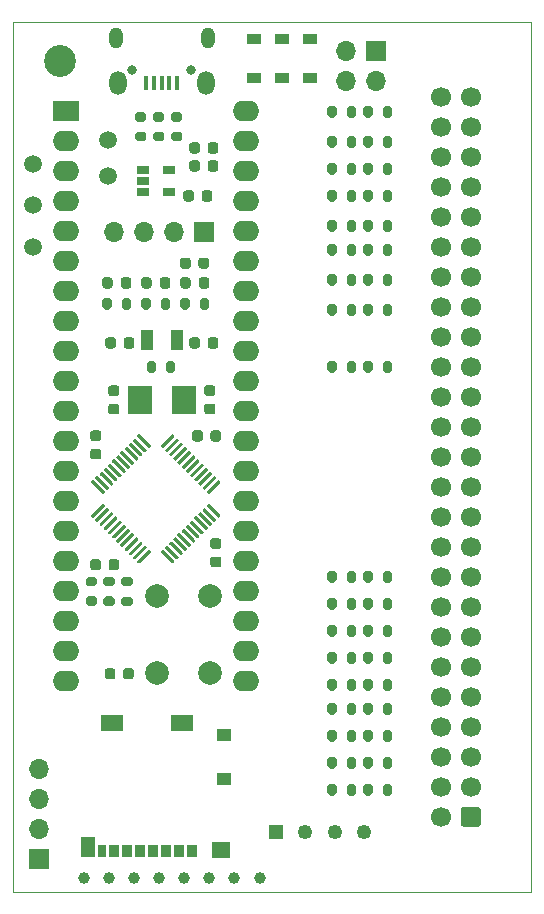
<source format=gbr>
%TF.GenerationSoftware,KiCad,Pcbnew,(5.1.7-0-10_14)*%
%TF.CreationDate,2021-05-27T20:48:50-05:00*%
%TF.ProjectId,bluepill_scsi,626c7565-7069-46c6-9c5f-736373692e6b,rev?*%
%TF.SameCoordinates,Original*%
%TF.FileFunction,Soldermask,Top*%
%TF.FilePolarity,Negative*%
%FSLAX46Y46*%
G04 Gerber Fmt 4.6, Leading zero omitted, Abs format (unit mm)*
G04 Created by KiCad (PCBNEW (5.1.7-0-10_14)) date 2021-05-27 20:48:50*
%MOMM*%
%LPD*%
G01*
G04 APERTURE LIST*
%TA.AperFunction,Profile*%
%ADD10C,0.050000*%
%TD*%
%ADD11C,1.500000*%
%ADD12C,1.700000*%
%ADD13C,1.000000*%
%ADD14O,1.700000X1.700000*%
%ADD15R,1.700000X1.700000*%
%ADD16C,2.000000*%
%ADD17R,1.200000X0.900000*%
%ADD18R,1.900000X1.350000*%
%ADD19R,1.200000X1.000000*%
%ADD20R,1.550000X1.350000*%
%ADD21R,1.170000X1.800000*%
%ADD22R,0.850000X1.100000*%
%ADD23R,0.750000X1.100000*%
%ADD24R,2.000000X2.400000*%
%ADD25R,1.000000X1.800000*%
%ADD26R,1.060000X0.650000*%
%ADD27O,0.800000X0.800000*%
%ADD28O,1.150000X1.800000*%
%ADD29O,1.450000X2.000000*%
%ADD30R,0.450000X1.300000*%
%ADD31O,2.250000X1.727200*%
%ADD32R,2.250000X1.727200*%
%ADD33C,2.700000*%
%ADD34R,1.250000X1.250000*%
%ADD35C,1.250000*%
G04 APERTURE END LIST*
D10*
X71755000Y-149225000D02*
X71120000Y-149225000D01*
X71120000Y-147955000D02*
X71120000Y-149225000D01*
X114935000Y-149225000D02*
X71755000Y-149225000D01*
X114935000Y-147955000D02*
X114935000Y-149225000D01*
X114935000Y-75565000D02*
X71120000Y-75565000D01*
X114935000Y-147955000D02*
X114935000Y-75565000D01*
X71120000Y-147955000D02*
X71120000Y-75565000D01*
D11*
%TO.C,TP14*%
X72771000Y-87566500D03*
%TD*%
D12*
%TO.C,J5*%
X107315000Y-81915000D03*
X107315000Y-84455000D03*
X107315000Y-86995000D03*
X107315000Y-89535000D03*
X107315000Y-92075000D03*
X107315000Y-94615000D03*
X107315000Y-97155000D03*
X107315000Y-99695000D03*
X107315000Y-102235000D03*
X107315000Y-104775000D03*
X107315000Y-107315000D03*
X107315000Y-109855000D03*
X107315000Y-112395000D03*
X107315000Y-114935000D03*
X107315000Y-117475000D03*
X107315000Y-120015000D03*
X107315000Y-122555000D03*
X107315000Y-125095000D03*
X107315000Y-127635000D03*
X107315000Y-130175000D03*
X107315000Y-132715000D03*
X107315000Y-135255000D03*
X107315000Y-137795000D03*
X107315000Y-140335000D03*
X107315000Y-142875000D03*
X109855000Y-81915000D03*
X109855000Y-84455000D03*
X109855000Y-86995000D03*
X109855000Y-89535000D03*
X109855000Y-92075000D03*
X109855000Y-94615000D03*
X109855000Y-97155000D03*
X109855000Y-99695000D03*
X109855000Y-102235000D03*
X109855000Y-104775000D03*
X109855000Y-107315000D03*
X109855000Y-109855000D03*
X109855000Y-112395000D03*
X109855000Y-114935000D03*
X109855000Y-117475000D03*
X109855000Y-120015000D03*
X109855000Y-122555000D03*
X109855000Y-125095000D03*
X109855000Y-127635000D03*
X109855000Y-130175000D03*
X109855000Y-132715000D03*
X109855000Y-135255000D03*
X109855000Y-137795000D03*
X109855000Y-140335000D03*
G36*
G01*
X110705000Y-142275000D02*
X110705000Y-143475000D01*
G75*
G02*
X110455000Y-143725000I-250000J0D01*
G01*
X109255000Y-143725000D01*
G75*
G02*
X109005000Y-143475000I0J250000D01*
G01*
X109005000Y-142275000D01*
G75*
G02*
X109255000Y-142025000I250000J0D01*
G01*
X110455000Y-142025000D01*
G75*
G02*
X110705000Y-142275000I0J-250000D01*
G01*
G37*
%TD*%
D13*
%TO.C,TP13*%
X77089000Y-148005800D03*
%TD*%
%TO.C,TP12*%
X79215342Y-148005800D03*
%TD*%
%TO.C,TP11*%
X83468026Y-148005800D03*
%TD*%
%TO.C,TP10*%
X87720710Y-148005800D03*
%TD*%
%TO.C,TP9*%
X89847052Y-148005800D03*
%TD*%
%TO.C,TP8*%
X91973400Y-148005800D03*
%TD*%
%TO.C,TP7*%
X81341684Y-148005800D03*
%TD*%
%TO.C,TP6*%
X85594368Y-148005800D03*
%TD*%
D14*
%TO.C,J1*%
X99263200Y-80606900D03*
X99263200Y-78066900D03*
X101803200Y-80606900D03*
D15*
X101803200Y-78066900D03*
%TD*%
D16*
%TO.C,SW1*%
X87769700Y-130708400D03*
X83269700Y-130708400D03*
X87769700Y-124208400D03*
X83269700Y-124208400D03*
%TD*%
D17*
%TO.C,D6*%
X91528900Y-76975700D03*
X91528900Y-80275700D03*
%TD*%
%TO.C,D4*%
X96240600Y-76975700D03*
X96240600Y-80275700D03*
%TD*%
%TO.C,D3*%
X93884750Y-76975700D03*
X93884750Y-80275700D03*
%TD*%
%TO.C,R47*%
G36*
G01*
X101556000Y-124566000D02*
X101556000Y-125116000D01*
G75*
G02*
X101356000Y-125316000I-200000J0D01*
G01*
X100956000Y-125316000D01*
G75*
G02*
X100756000Y-125116000I0J200000D01*
G01*
X100756000Y-124566000D01*
G75*
G02*
X100956000Y-124366000I200000J0D01*
G01*
X101356000Y-124366000D01*
G75*
G02*
X101556000Y-124566000I0J-200000D01*
G01*
G37*
G36*
G01*
X103206000Y-124566000D02*
X103206000Y-125116000D01*
G75*
G02*
X103006000Y-125316000I-200000J0D01*
G01*
X102606000Y-125316000D01*
G75*
G02*
X102406000Y-125116000I0J200000D01*
G01*
X102406000Y-124566000D01*
G75*
G02*
X102606000Y-124366000I200000J0D01*
G01*
X103006000Y-124366000D01*
G75*
G02*
X103206000Y-124566000I0J-200000D01*
G01*
G37*
%TD*%
%TO.C,R46*%
G36*
G01*
X99358000Y-125116000D02*
X99358000Y-124566000D01*
G75*
G02*
X99558000Y-124366000I200000J0D01*
G01*
X99958000Y-124366000D01*
G75*
G02*
X100158000Y-124566000I0J-200000D01*
G01*
X100158000Y-125116000D01*
G75*
G02*
X99958000Y-125316000I-200000J0D01*
G01*
X99558000Y-125316000D01*
G75*
G02*
X99358000Y-125116000I0J200000D01*
G01*
G37*
G36*
G01*
X97708000Y-125116000D02*
X97708000Y-124566000D01*
G75*
G02*
X97908000Y-124366000I200000J0D01*
G01*
X98308000Y-124366000D01*
G75*
G02*
X98508000Y-124566000I0J-200000D01*
G01*
X98508000Y-125116000D01*
G75*
G02*
X98308000Y-125316000I-200000J0D01*
G01*
X97908000Y-125316000D01*
G75*
G02*
X97708000Y-125116000I0J200000D01*
G01*
G37*
%TD*%
%TO.C,R45*%
G36*
G01*
X101556000Y-126852000D02*
X101556000Y-127402000D01*
G75*
G02*
X101356000Y-127602000I-200000J0D01*
G01*
X100956000Y-127602000D01*
G75*
G02*
X100756000Y-127402000I0J200000D01*
G01*
X100756000Y-126852000D01*
G75*
G02*
X100956000Y-126652000I200000J0D01*
G01*
X101356000Y-126652000D01*
G75*
G02*
X101556000Y-126852000I0J-200000D01*
G01*
G37*
G36*
G01*
X103206000Y-126852000D02*
X103206000Y-127402000D01*
G75*
G02*
X103006000Y-127602000I-200000J0D01*
G01*
X102606000Y-127602000D01*
G75*
G02*
X102406000Y-127402000I0J200000D01*
G01*
X102406000Y-126852000D01*
G75*
G02*
X102606000Y-126652000I200000J0D01*
G01*
X103006000Y-126652000D01*
G75*
G02*
X103206000Y-126852000I0J-200000D01*
G01*
G37*
%TD*%
%TO.C,R44*%
G36*
G01*
X99358000Y-127402000D02*
X99358000Y-126852000D01*
G75*
G02*
X99558000Y-126652000I200000J0D01*
G01*
X99958000Y-126652000D01*
G75*
G02*
X100158000Y-126852000I0J-200000D01*
G01*
X100158000Y-127402000D01*
G75*
G02*
X99958000Y-127602000I-200000J0D01*
G01*
X99558000Y-127602000D01*
G75*
G02*
X99358000Y-127402000I0J200000D01*
G01*
G37*
G36*
G01*
X97708000Y-127402000D02*
X97708000Y-126852000D01*
G75*
G02*
X97908000Y-126652000I200000J0D01*
G01*
X98308000Y-126652000D01*
G75*
G02*
X98508000Y-126852000I0J-200000D01*
G01*
X98508000Y-127402000D01*
G75*
G02*
X98308000Y-127602000I-200000J0D01*
G01*
X97908000Y-127602000D01*
G75*
G02*
X97708000Y-127402000I0J200000D01*
G01*
G37*
%TD*%
%TO.C,R43*%
G36*
G01*
X101556000Y-129138000D02*
X101556000Y-129688000D01*
G75*
G02*
X101356000Y-129888000I-200000J0D01*
G01*
X100956000Y-129888000D01*
G75*
G02*
X100756000Y-129688000I0J200000D01*
G01*
X100756000Y-129138000D01*
G75*
G02*
X100956000Y-128938000I200000J0D01*
G01*
X101356000Y-128938000D01*
G75*
G02*
X101556000Y-129138000I0J-200000D01*
G01*
G37*
G36*
G01*
X103206000Y-129138000D02*
X103206000Y-129688000D01*
G75*
G02*
X103006000Y-129888000I-200000J0D01*
G01*
X102606000Y-129888000D01*
G75*
G02*
X102406000Y-129688000I0J200000D01*
G01*
X102406000Y-129138000D01*
G75*
G02*
X102606000Y-128938000I200000J0D01*
G01*
X103006000Y-128938000D01*
G75*
G02*
X103206000Y-129138000I0J-200000D01*
G01*
G37*
%TD*%
%TO.C,R42*%
G36*
G01*
X99358000Y-129688000D02*
X99358000Y-129138000D01*
G75*
G02*
X99558000Y-128938000I200000J0D01*
G01*
X99958000Y-128938000D01*
G75*
G02*
X100158000Y-129138000I0J-200000D01*
G01*
X100158000Y-129688000D01*
G75*
G02*
X99958000Y-129888000I-200000J0D01*
G01*
X99558000Y-129888000D01*
G75*
G02*
X99358000Y-129688000I0J200000D01*
G01*
G37*
G36*
G01*
X97708000Y-129688000D02*
X97708000Y-129138000D01*
G75*
G02*
X97908000Y-128938000I200000J0D01*
G01*
X98308000Y-128938000D01*
G75*
G02*
X98508000Y-129138000I0J-200000D01*
G01*
X98508000Y-129688000D01*
G75*
G02*
X98308000Y-129888000I-200000J0D01*
G01*
X97908000Y-129888000D01*
G75*
G02*
X97708000Y-129688000I0J200000D01*
G01*
G37*
%TD*%
%TO.C,R41*%
G36*
G01*
X101556000Y-131424000D02*
X101556000Y-131974000D01*
G75*
G02*
X101356000Y-132174000I-200000J0D01*
G01*
X100956000Y-132174000D01*
G75*
G02*
X100756000Y-131974000I0J200000D01*
G01*
X100756000Y-131424000D01*
G75*
G02*
X100956000Y-131224000I200000J0D01*
G01*
X101356000Y-131224000D01*
G75*
G02*
X101556000Y-131424000I0J-200000D01*
G01*
G37*
G36*
G01*
X103206000Y-131424000D02*
X103206000Y-131974000D01*
G75*
G02*
X103006000Y-132174000I-200000J0D01*
G01*
X102606000Y-132174000D01*
G75*
G02*
X102406000Y-131974000I0J200000D01*
G01*
X102406000Y-131424000D01*
G75*
G02*
X102606000Y-131224000I200000J0D01*
G01*
X103006000Y-131224000D01*
G75*
G02*
X103206000Y-131424000I0J-200000D01*
G01*
G37*
%TD*%
%TO.C,R40*%
G36*
G01*
X99358000Y-131974000D02*
X99358000Y-131424000D01*
G75*
G02*
X99558000Y-131224000I200000J0D01*
G01*
X99958000Y-131224000D01*
G75*
G02*
X100158000Y-131424000I0J-200000D01*
G01*
X100158000Y-131974000D01*
G75*
G02*
X99958000Y-132174000I-200000J0D01*
G01*
X99558000Y-132174000D01*
G75*
G02*
X99358000Y-131974000I0J200000D01*
G01*
G37*
G36*
G01*
X97708000Y-131974000D02*
X97708000Y-131424000D01*
G75*
G02*
X97908000Y-131224000I200000J0D01*
G01*
X98308000Y-131224000D01*
G75*
G02*
X98508000Y-131424000I0J-200000D01*
G01*
X98508000Y-131974000D01*
G75*
G02*
X98308000Y-132174000I-200000J0D01*
G01*
X97908000Y-132174000D01*
G75*
G02*
X97708000Y-131974000I0J200000D01*
G01*
G37*
%TD*%
%TO.C,R39*%
G36*
G01*
X101556000Y-133456000D02*
X101556000Y-134006000D01*
G75*
G02*
X101356000Y-134206000I-200000J0D01*
G01*
X100956000Y-134206000D01*
G75*
G02*
X100756000Y-134006000I0J200000D01*
G01*
X100756000Y-133456000D01*
G75*
G02*
X100956000Y-133256000I200000J0D01*
G01*
X101356000Y-133256000D01*
G75*
G02*
X101556000Y-133456000I0J-200000D01*
G01*
G37*
G36*
G01*
X103206000Y-133456000D02*
X103206000Y-134006000D01*
G75*
G02*
X103006000Y-134206000I-200000J0D01*
G01*
X102606000Y-134206000D01*
G75*
G02*
X102406000Y-134006000I0J200000D01*
G01*
X102406000Y-133456000D01*
G75*
G02*
X102606000Y-133256000I200000J0D01*
G01*
X103006000Y-133256000D01*
G75*
G02*
X103206000Y-133456000I0J-200000D01*
G01*
G37*
%TD*%
%TO.C,R38*%
G36*
G01*
X99358000Y-134006000D02*
X99358000Y-133456000D01*
G75*
G02*
X99558000Y-133256000I200000J0D01*
G01*
X99958000Y-133256000D01*
G75*
G02*
X100158000Y-133456000I0J-200000D01*
G01*
X100158000Y-134006000D01*
G75*
G02*
X99958000Y-134206000I-200000J0D01*
G01*
X99558000Y-134206000D01*
G75*
G02*
X99358000Y-134006000I0J200000D01*
G01*
G37*
G36*
G01*
X97708000Y-134006000D02*
X97708000Y-133456000D01*
G75*
G02*
X97908000Y-133256000I200000J0D01*
G01*
X98308000Y-133256000D01*
G75*
G02*
X98508000Y-133456000I0J-200000D01*
G01*
X98508000Y-134006000D01*
G75*
G02*
X98308000Y-134206000I-200000J0D01*
G01*
X97908000Y-134206000D01*
G75*
G02*
X97708000Y-134006000I0J200000D01*
G01*
G37*
%TD*%
%TO.C,R37*%
G36*
G01*
X101556000Y-135742000D02*
X101556000Y-136292000D01*
G75*
G02*
X101356000Y-136492000I-200000J0D01*
G01*
X100956000Y-136492000D01*
G75*
G02*
X100756000Y-136292000I0J200000D01*
G01*
X100756000Y-135742000D01*
G75*
G02*
X100956000Y-135542000I200000J0D01*
G01*
X101356000Y-135542000D01*
G75*
G02*
X101556000Y-135742000I0J-200000D01*
G01*
G37*
G36*
G01*
X103206000Y-135742000D02*
X103206000Y-136292000D01*
G75*
G02*
X103006000Y-136492000I-200000J0D01*
G01*
X102606000Y-136492000D01*
G75*
G02*
X102406000Y-136292000I0J200000D01*
G01*
X102406000Y-135742000D01*
G75*
G02*
X102606000Y-135542000I200000J0D01*
G01*
X103006000Y-135542000D01*
G75*
G02*
X103206000Y-135742000I0J-200000D01*
G01*
G37*
%TD*%
%TO.C,R36*%
G36*
G01*
X99358000Y-136292000D02*
X99358000Y-135742000D01*
G75*
G02*
X99558000Y-135542000I200000J0D01*
G01*
X99958000Y-135542000D01*
G75*
G02*
X100158000Y-135742000I0J-200000D01*
G01*
X100158000Y-136292000D01*
G75*
G02*
X99958000Y-136492000I-200000J0D01*
G01*
X99558000Y-136492000D01*
G75*
G02*
X99358000Y-136292000I0J200000D01*
G01*
G37*
G36*
G01*
X97708000Y-136292000D02*
X97708000Y-135742000D01*
G75*
G02*
X97908000Y-135542000I200000J0D01*
G01*
X98308000Y-135542000D01*
G75*
G02*
X98508000Y-135742000I0J-200000D01*
G01*
X98508000Y-136292000D01*
G75*
G02*
X98308000Y-136492000I-200000J0D01*
G01*
X97908000Y-136492000D01*
G75*
G02*
X97708000Y-136292000I0J200000D01*
G01*
G37*
%TD*%
%TO.C,R35*%
G36*
G01*
X101556000Y-138028000D02*
X101556000Y-138578000D01*
G75*
G02*
X101356000Y-138778000I-200000J0D01*
G01*
X100956000Y-138778000D01*
G75*
G02*
X100756000Y-138578000I0J200000D01*
G01*
X100756000Y-138028000D01*
G75*
G02*
X100956000Y-137828000I200000J0D01*
G01*
X101356000Y-137828000D01*
G75*
G02*
X101556000Y-138028000I0J-200000D01*
G01*
G37*
G36*
G01*
X103206000Y-138028000D02*
X103206000Y-138578000D01*
G75*
G02*
X103006000Y-138778000I-200000J0D01*
G01*
X102606000Y-138778000D01*
G75*
G02*
X102406000Y-138578000I0J200000D01*
G01*
X102406000Y-138028000D01*
G75*
G02*
X102606000Y-137828000I200000J0D01*
G01*
X103006000Y-137828000D01*
G75*
G02*
X103206000Y-138028000I0J-200000D01*
G01*
G37*
%TD*%
%TO.C,R34*%
G36*
G01*
X99358000Y-138578000D02*
X99358000Y-138028000D01*
G75*
G02*
X99558000Y-137828000I200000J0D01*
G01*
X99958000Y-137828000D01*
G75*
G02*
X100158000Y-138028000I0J-200000D01*
G01*
X100158000Y-138578000D01*
G75*
G02*
X99958000Y-138778000I-200000J0D01*
G01*
X99558000Y-138778000D01*
G75*
G02*
X99358000Y-138578000I0J200000D01*
G01*
G37*
G36*
G01*
X97708000Y-138578000D02*
X97708000Y-138028000D01*
G75*
G02*
X97908000Y-137828000I200000J0D01*
G01*
X98308000Y-137828000D01*
G75*
G02*
X98508000Y-138028000I0J-200000D01*
G01*
X98508000Y-138578000D01*
G75*
G02*
X98308000Y-138778000I-200000J0D01*
G01*
X97908000Y-138778000D01*
G75*
G02*
X97708000Y-138578000I0J200000D01*
G01*
G37*
%TD*%
%TO.C,R33*%
G36*
G01*
X101556000Y-140314000D02*
X101556000Y-140864000D01*
G75*
G02*
X101356000Y-141064000I-200000J0D01*
G01*
X100956000Y-141064000D01*
G75*
G02*
X100756000Y-140864000I0J200000D01*
G01*
X100756000Y-140314000D01*
G75*
G02*
X100956000Y-140114000I200000J0D01*
G01*
X101356000Y-140114000D01*
G75*
G02*
X101556000Y-140314000I0J-200000D01*
G01*
G37*
G36*
G01*
X103206000Y-140314000D02*
X103206000Y-140864000D01*
G75*
G02*
X103006000Y-141064000I-200000J0D01*
G01*
X102606000Y-141064000D01*
G75*
G02*
X102406000Y-140864000I0J200000D01*
G01*
X102406000Y-140314000D01*
G75*
G02*
X102606000Y-140114000I200000J0D01*
G01*
X103006000Y-140114000D01*
G75*
G02*
X103206000Y-140314000I0J-200000D01*
G01*
G37*
%TD*%
%TO.C,R32*%
G36*
G01*
X99358000Y-140864000D02*
X99358000Y-140314000D01*
G75*
G02*
X99558000Y-140114000I200000J0D01*
G01*
X99958000Y-140114000D01*
G75*
G02*
X100158000Y-140314000I0J-200000D01*
G01*
X100158000Y-140864000D01*
G75*
G02*
X99958000Y-141064000I-200000J0D01*
G01*
X99558000Y-141064000D01*
G75*
G02*
X99358000Y-140864000I0J200000D01*
G01*
G37*
G36*
G01*
X97708000Y-140864000D02*
X97708000Y-140314000D01*
G75*
G02*
X97908000Y-140114000I200000J0D01*
G01*
X98308000Y-140114000D01*
G75*
G02*
X98508000Y-140314000I0J-200000D01*
G01*
X98508000Y-140864000D01*
G75*
G02*
X98308000Y-141064000I-200000J0D01*
G01*
X97908000Y-141064000D01*
G75*
G02*
X97708000Y-140864000I0J200000D01*
G01*
G37*
%TD*%
%TO.C,R31*%
G36*
G01*
X101556000Y-122280000D02*
X101556000Y-122830000D01*
G75*
G02*
X101356000Y-123030000I-200000J0D01*
G01*
X100956000Y-123030000D01*
G75*
G02*
X100756000Y-122830000I0J200000D01*
G01*
X100756000Y-122280000D01*
G75*
G02*
X100956000Y-122080000I200000J0D01*
G01*
X101356000Y-122080000D01*
G75*
G02*
X101556000Y-122280000I0J-200000D01*
G01*
G37*
G36*
G01*
X103206000Y-122280000D02*
X103206000Y-122830000D01*
G75*
G02*
X103006000Y-123030000I-200000J0D01*
G01*
X102606000Y-123030000D01*
G75*
G02*
X102406000Y-122830000I0J200000D01*
G01*
X102406000Y-122280000D01*
G75*
G02*
X102606000Y-122080000I200000J0D01*
G01*
X103006000Y-122080000D01*
G75*
G02*
X103206000Y-122280000I0J-200000D01*
G01*
G37*
%TD*%
%TO.C,R30*%
G36*
G01*
X99358000Y-122830000D02*
X99358000Y-122280000D01*
G75*
G02*
X99558000Y-122080000I200000J0D01*
G01*
X99958000Y-122080000D01*
G75*
G02*
X100158000Y-122280000I0J-200000D01*
G01*
X100158000Y-122830000D01*
G75*
G02*
X99958000Y-123030000I-200000J0D01*
G01*
X99558000Y-123030000D01*
G75*
G02*
X99358000Y-122830000I0J200000D01*
G01*
G37*
G36*
G01*
X97708000Y-122830000D02*
X97708000Y-122280000D01*
G75*
G02*
X97908000Y-122080000I200000J0D01*
G01*
X98308000Y-122080000D01*
G75*
G02*
X98508000Y-122280000I0J-200000D01*
G01*
X98508000Y-122830000D01*
G75*
G02*
X98308000Y-123030000I-200000J0D01*
G01*
X97908000Y-123030000D01*
G75*
G02*
X97708000Y-122830000I0J200000D01*
G01*
G37*
%TD*%
%TO.C,R29*%
G36*
G01*
X101556000Y-104500000D02*
X101556000Y-105050000D01*
G75*
G02*
X101356000Y-105250000I-200000J0D01*
G01*
X100956000Y-105250000D01*
G75*
G02*
X100756000Y-105050000I0J200000D01*
G01*
X100756000Y-104500000D01*
G75*
G02*
X100956000Y-104300000I200000J0D01*
G01*
X101356000Y-104300000D01*
G75*
G02*
X101556000Y-104500000I0J-200000D01*
G01*
G37*
G36*
G01*
X103206000Y-104500000D02*
X103206000Y-105050000D01*
G75*
G02*
X103006000Y-105250000I-200000J0D01*
G01*
X102606000Y-105250000D01*
G75*
G02*
X102406000Y-105050000I0J200000D01*
G01*
X102406000Y-104500000D01*
G75*
G02*
X102606000Y-104300000I200000J0D01*
G01*
X103006000Y-104300000D01*
G75*
G02*
X103206000Y-104500000I0J-200000D01*
G01*
G37*
%TD*%
%TO.C,R28*%
G36*
G01*
X99358000Y-105050000D02*
X99358000Y-104500000D01*
G75*
G02*
X99558000Y-104300000I200000J0D01*
G01*
X99958000Y-104300000D01*
G75*
G02*
X100158000Y-104500000I0J-200000D01*
G01*
X100158000Y-105050000D01*
G75*
G02*
X99958000Y-105250000I-200000J0D01*
G01*
X99558000Y-105250000D01*
G75*
G02*
X99358000Y-105050000I0J200000D01*
G01*
G37*
G36*
G01*
X97708000Y-105050000D02*
X97708000Y-104500000D01*
G75*
G02*
X97908000Y-104300000I200000J0D01*
G01*
X98308000Y-104300000D01*
G75*
G02*
X98508000Y-104500000I0J-200000D01*
G01*
X98508000Y-105050000D01*
G75*
G02*
X98308000Y-105250000I-200000J0D01*
G01*
X97908000Y-105250000D01*
G75*
G02*
X97708000Y-105050000I0J200000D01*
G01*
G37*
%TD*%
%TO.C,R27*%
G36*
G01*
X101556000Y-97134000D02*
X101556000Y-97684000D01*
G75*
G02*
X101356000Y-97884000I-200000J0D01*
G01*
X100956000Y-97884000D01*
G75*
G02*
X100756000Y-97684000I0J200000D01*
G01*
X100756000Y-97134000D01*
G75*
G02*
X100956000Y-96934000I200000J0D01*
G01*
X101356000Y-96934000D01*
G75*
G02*
X101556000Y-97134000I0J-200000D01*
G01*
G37*
G36*
G01*
X103206000Y-97134000D02*
X103206000Y-97684000D01*
G75*
G02*
X103006000Y-97884000I-200000J0D01*
G01*
X102606000Y-97884000D01*
G75*
G02*
X102406000Y-97684000I0J200000D01*
G01*
X102406000Y-97134000D01*
G75*
G02*
X102606000Y-96934000I200000J0D01*
G01*
X103006000Y-96934000D01*
G75*
G02*
X103206000Y-97134000I0J-200000D01*
G01*
G37*
%TD*%
%TO.C,R26*%
G36*
G01*
X99358000Y-97684000D02*
X99358000Y-97134000D01*
G75*
G02*
X99558000Y-96934000I200000J0D01*
G01*
X99958000Y-96934000D01*
G75*
G02*
X100158000Y-97134000I0J-200000D01*
G01*
X100158000Y-97684000D01*
G75*
G02*
X99958000Y-97884000I-200000J0D01*
G01*
X99558000Y-97884000D01*
G75*
G02*
X99358000Y-97684000I0J200000D01*
G01*
G37*
G36*
G01*
X97708000Y-97684000D02*
X97708000Y-97134000D01*
G75*
G02*
X97908000Y-96934000I200000J0D01*
G01*
X98308000Y-96934000D01*
G75*
G02*
X98508000Y-97134000I0J-200000D01*
G01*
X98508000Y-97684000D01*
G75*
G02*
X98308000Y-97884000I-200000J0D01*
G01*
X97908000Y-97884000D01*
G75*
G02*
X97708000Y-97684000I0J200000D01*
G01*
G37*
%TD*%
%TO.C,R25*%
G36*
G01*
X101556000Y-94594000D02*
X101556000Y-95144000D01*
G75*
G02*
X101356000Y-95344000I-200000J0D01*
G01*
X100956000Y-95344000D01*
G75*
G02*
X100756000Y-95144000I0J200000D01*
G01*
X100756000Y-94594000D01*
G75*
G02*
X100956000Y-94394000I200000J0D01*
G01*
X101356000Y-94394000D01*
G75*
G02*
X101556000Y-94594000I0J-200000D01*
G01*
G37*
G36*
G01*
X103206000Y-94594000D02*
X103206000Y-95144000D01*
G75*
G02*
X103006000Y-95344000I-200000J0D01*
G01*
X102606000Y-95344000D01*
G75*
G02*
X102406000Y-95144000I0J200000D01*
G01*
X102406000Y-94594000D01*
G75*
G02*
X102606000Y-94394000I200000J0D01*
G01*
X103006000Y-94394000D01*
G75*
G02*
X103206000Y-94594000I0J-200000D01*
G01*
G37*
%TD*%
%TO.C,R24*%
G36*
G01*
X99358000Y-95144000D02*
X99358000Y-94594000D01*
G75*
G02*
X99558000Y-94394000I200000J0D01*
G01*
X99958000Y-94394000D01*
G75*
G02*
X100158000Y-94594000I0J-200000D01*
G01*
X100158000Y-95144000D01*
G75*
G02*
X99958000Y-95344000I-200000J0D01*
G01*
X99558000Y-95344000D01*
G75*
G02*
X99358000Y-95144000I0J200000D01*
G01*
G37*
G36*
G01*
X97708000Y-95144000D02*
X97708000Y-94594000D01*
G75*
G02*
X97908000Y-94394000I200000J0D01*
G01*
X98308000Y-94394000D01*
G75*
G02*
X98508000Y-94594000I0J-200000D01*
G01*
X98508000Y-95144000D01*
G75*
G02*
X98308000Y-95344000I-200000J0D01*
G01*
X97908000Y-95344000D01*
G75*
G02*
X97708000Y-95144000I0J200000D01*
G01*
G37*
%TD*%
%TO.C,R23*%
G36*
G01*
X101556000Y-90022000D02*
X101556000Y-90572000D01*
G75*
G02*
X101356000Y-90772000I-200000J0D01*
G01*
X100956000Y-90772000D01*
G75*
G02*
X100756000Y-90572000I0J200000D01*
G01*
X100756000Y-90022000D01*
G75*
G02*
X100956000Y-89822000I200000J0D01*
G01*
X101356000Y-89822000D01*
G75*
G02*
X101556000Y-90022000I0J-200000D01*
G01*
G37*
G36*
G01*
X103206000Y-90022000D02*
X103206000Y-90572000D01*
G75*
G02*
X103006000Y-90772000I-200000J0D01*
G01*
X102606000Y-90772000D01*
G75*
G02*
X102406000Y-90572000I0J200000D01*
G01*
X102406000Y-90022000D01*
G75*
G02*
X102606000Y-89822000I200000J0D01*
G01*
X103006000Y-89822000D01*
G75*
G02*
X103206000Y-90022000I0J-200000D01*
G01*
G37*
%TD*%
%TO.C,R22*%
G36*
G01*
X99358000Y-90572000D02*
X99358000Y-90022000D01*
G75*
G02*
X99558000Y-89822000I200000J0D01*
G01*
X99958000Y-89822000D01*
G75*
G02*
X100158000Y-90022000I0J-200000D01*
G01*
X100158000Y-90572000D01*
G75*
G02*
X99958000Y-90772000I-200000J0D01*
G01*
X99558000Y-90772000D01*
G75*
G02*
X99358000Y-90572000I0J200000D01*
G01*
G37*
G36*
G01*
X97708000Y-90572000D02*
X97708000Y-90022000D01*
G75*
G02*
X97908000Y-89822000I200000J0D01*
G01*
X98308000Y-89822000D01*
G75*
G02*
X98508000Y-90022000I0J-200000D01*
G01*
X98508000Y-90572000D01*
G75*
G02*
X98308000Y-90772000I-200000J0D01*
G01*
X97908000Y-90772000D01*
G75*
G02*
X97708000Y-90572000I0J200000D01*
G01*
G37*
%TD*%
%TO.C,R21*%
G36*
G01*
X101556000Y-99674000D02*
X101556000Y-100224000D01*
G75*
G02*
X101356000Y-100424000I-200000J0D01*
G01*
X100956000Y-100424000D01*
G75*
G02*
X100756000Y-100224000I0J200000D01*
G01*
X100756000Y-99674000D01*
G75*
G02*
X100956000Y-99474000I200000J0D01*
G01*
X101356000Y-99474000D01*
G75*
G02*
X101556000Y-99674000I0J-200000D01*
G01*
G37*
G36*
G01*
X103206000Y-99674000D02*
X103206000Y-100224000D01*
G75*
G02*
X103006000Y-100424000I-200000J0D01*
G01*
X102606000Y-100424000D01*
G75*
G02*
X102406000Y-100224000I0J200000D01*
G01*
X102406000Y-99674000D01*
G75*
G02*
X102606000Y-99474000I200000J0D01*
G01*
X103006000Y-99474000D01*
G75*
G02*
X103206000Y-99674000I0J-200000D01*
G01*
G37*
%TD*%
%TO.C,R20*%
G36*
G01*
X99358000Y-100224000D02*
X99358000Y-99674000D01*
G75*
G02*
X99558000Y-99474000I200000J0D01*
G01*
X99958000Y-99474000D01*
G75*
G02*
X100158000Y-99674000I0J-200000D01*
G01*
X100158000Y-100224000D01*
G75*
G02*
X99958000Y-100424000I-200000J0D01*
G01*
X99558000Y-100424000D01*
G75*
G02*
X99358000Y-100224000I0J200000D01*
G01*
G37*
G36*
G01*
X97708000Y-100224000D02*
X97708000Y-99674000D01*
G75*
G02*
X97908000Y-99474000I200000J0D01*
G01*
X98308000Y-99474000D01*
G75*
G02*
X98508000Y-99674000I0J-200000D01*
G01*
X98508000Y-100224000D01*
G75*
G02*
X98308000Y-100424000I-200000J0D01*
G01*
X97908000Y-100424000D01*
G75*
G02*
X97708000Y-100224000I0J200000D01*
G01*
G37*
%TD*%
%TO.C,R19*%
G36*
G01*
X101556000Y-92562000D02*
X101556000Y-93112000D01*
G75*
G02*
X101356000Y-93312000I-200000J0D01*
G01*
X100956000Y-93312000D01*
G75*
G02*
X100756000Y-93112000I0J200000D01*
G01*
X100756000Y-92562000D01*
G75*
G02*
X100956000Y-92362000I200000J0D01*
G01*
X101356000Y-92362000D01*
G75*
G02*
X101556000Y-92562000I0J-200000D01*
G01*
G37*
G36*
G01*
X103206000Y-92562000D02*
X103206000Y-93112000D01*
G75*
G02*
X103006000Y-93312000I-200000J0D01*
G01*
X102606000Y-93312000D01*
G75*
G02*
X102406000Y-93112000I0J200000D01*
G01*
X102406000Y-92562000D01*
G75*
G02*
X102606000Y-92362000I200000J0D01*
G01*
X103006000Y-92362000D01*
G75*
G02*
X103206000Y-92562000I0J-200000D01*
G01*
G37*
%TD*%
%TO.C,R18*%
G36*
G01*
X99358000Y-93112000D02*
X99358000Y-92562000D01*
G75*
G02*
X99558000Y-92362000I200000J0D01*
G01*
X99958000Y-92362000D01*
G75*
G02*
X100158000Y-92562000I0J-200000D01*
G01*
X100158000Y-93112000D01*
G75*
G02*
X99958000Y-93312000I-200000J0D01*
G01*
X99558000Y-93312000D01*
G75*
G02*
X99358000Y-93112000I0J200000D01*
G01*
G37*
G36*
G01*
X97708000Y-93112000D02*
X97708000Y-92562000D01*
G75*
G02*
X97908000Y-92362000I200000J0D01*
G01*
X98308000Y-92362000D01*
G75*
G02*
X98508000Y-92562000I0J-200000D01*
G01*
X98508000Y-93112000D01*
G75*
G02*
X98308000Y-93312000I-200000J0D01*
G01*
X97908000Y-93312000D01*
G75*
G02*
X97708000Y-93112000I0J200000D01*
G01*
G37*
%TD*%
%TO.C,R17*%
G36*
G01*
X101556000Y-87736000D02*
X101556000Y-88286000D01*
G75*
G02*
X101356000Y-88486000I-200000J0D01*
G01*
X100956000Y-88486000D01*
G75*
G02*
X100756000Y-88286000I0J200000D01*
G01*
X100756000Y-87736000D01*
G75*
G02*
X100956000Y-87536000I200000J0D01*
G01*
X101356000Y-87536000D01*
G75*
G02*
X101556000Y-87736000I0J-200000D01*
G01*
G37*
G36*
G01*
X103206000Y-87736000D02*
X103206000Y-88286000D01*
G75*
G02*
X103006000Y-88486000I-200000J0D01*
G01*
X102606000Y-88486000D01*
G75*
G02*
X102406000Y-88286000I0J200000D01*
G01*
X102406000Y-87736000D01*
G75*
G02*
X102606000Y-87536000I200000J0D01*
G01*
X103006000Y-87536000D01*
G75*
G02*
X103206000Y-87736000I0J-200000D01*
G01*
G37*
%TD*%
%TO.C,R16*%
G36*
G01*
X99358000Y-88286000D02*
X99358000Y-87736000D01*
G75*
G02*
X99558000Y-87536000I200000J0D01*
G01*
X99958000Y-87536000D01*
G75*
G02*
X100158000Y-87736000I0J-200000D01*
G01*
X100158000Y-88286000D01*
G75*
G02*
X99958000Y-88486000I-200000J0D01*
G01*
X99558000Y-88486000D01*
G75*
G02*
X99358000Y-88286000I0J200000D01*
G01*
G37*
G36*
G01*
X97708000Y-88286000D02*
X97708000Y-87736000D01*
G75*
G02*
X97908000Y-87536000I200000J0D01*
G01*
X98308000Y-87536000D01*
G75*
G02*
X98508000Y-87736000I0J-200000D01*
G01*
X98508000Y-88286000D01*
G75*
G02*
X98308000Y-88486000I-200000J0D01*
G01*
X97908000Y-88486000D01*
G75*
G02*
X97708000Y-88286000I0J200000D01*
G01*
G37*
%TD*%
%TO.C,R15*%
G36*
G01*
X101556000Y-85450000D02*
X101556000Y-86000000D01*
G75*
G02*
X101356000Y-86200000I-200000J0D01*
G01*
X100956000Y-86200000D01*
G75*
G02*
X100756000Y-86000000I0J200000D01*
G01*
X100756000Y-85450000D01*
G75*
G02*
X100956000Y-85250000I200000J0D01*
G01*
X101356000Y-85250000D01*
G75*
G02*
X101556000Y-85450000I0J-200000D01*
G01*
G37*
G36*
G01*
X103206000Y-85450000D02*
X103206000Y-86000000D01*
G75*
G02*
X103006000Y-86200000I-200000J0D01*
G01*
X102606000Y-86200000D01*
G75*
G02*
X102406000Y-86000000I0J200000D01*
G01*
X102406000Y-85450000D01*
G75*
G02*
X102606000Y-85250000I200000J0D01*
G01*
X103006000Y-85250000D01*
G75*
G02*
X103206000Y-85450000I0J-200000D01*
G01*
G37*
%TD*%
%TO.C,R14*%
G36*
G01*
X99358000Y-86000000D02*
X99358000Y-85450000D01*
G75*
G02*
X99558000Y-85250000I200000J0D01*
G01*
X99958000Y-85250000D01*
G75*
G02*
X100158000Y-85450000I0J-200000D01*
G01*
X100158000Y-86000000D01*
G75*
G02*
X99958000Y-86200000I-200000J0D01*
G01*
X99558000Y-86200000D01*
G75*
G02*
X99358000Y-86000000I0J200000D01*
G01*
G37*
G36*
G01*
X97708000Y-86000000D02*
X97708000Y-85450000D01*
G75*
G02*
X97908000Y-85250000I200000J0D01*
G01*
X98308000Y-85250000D01*
G75*
G02*
X98508000Y-85450000I0J-200000D01*
G01*
X98508000Y-86000000D01*
G75*
G02*
X98308000Y-86200000I-200000J0D01*
G01*
X97908000Y-86200000D01*
G75*
G02*
X97708000Y-86000000I0J200000D01*
G01*
G37*
%TD*%
%TO.C,R13*%
G36*
G01*
X101556000Y-82910000D02*
X101556000Y-83460000D01*
G75*
G02*
X101356000Y-83660000I-200000J0D01*
G01*
X100956000Y-83660000D01*
G75*
G02*
X100756000Y-83460000I0J200000D01*
G01*
X100756000Y-82910000D01*
G75*
G02*
X100956000Y-82710000I200000J0D01*
G01*
X101356000Y-82710000D01*
G75*
G02*
X101556000Y-82910000I0J-200000D01*
G01*
G37*
G36*
G01*
X103206000Y-82910000D02*
X103206000Y-83460000D01*
G75*
G02*
X103006000Y-83660000I-200000J0D01*
G01*
X102606000Y-83660000D01*
G75*
G02*
X102406000Y-83460000I0J200000D01*
G01*
X102406000Y-82910000D01*
G75*
G02*
X102606000Y-82710000I200000J0D01*
G01*
X103006000Y-82710000D01*
G75*
G02*
X103206000Y-82910000I0J-200000D01*
G01*
G37*
%TD*%
%TO.C,R12*%
G36*
G01*
X99358000Y-83460000D02*
X99358000Y-82910000D01*
G75*
G02*
X99558000Y-82710000I200000J0D01*
G01*
X99958000Y-82710000D01*
G75*
G02*
X100158000Y-82910000I0J-200000D01*
G01*
X100158000Y-83460000D01*
G75*
G02*
X99958000Y-83660000I-200000J0D01*
G01*
X99558000Y-83660000D01*
G75*
G02*
X99358000Y-83460000I0J200000D01*
G01*
G37*
G36*
G01*
X97708000Y-83460000D02*
X97708000Y-82910000D01*
G75*
G02*
X97908000Y-82710000I200000J0D01*
G01*
X98308000Y-82710000D01*
G75*
G02*
X98508000Y-82910000I0J-200000D01*
G01*
X98508000Y-83460000D01*
G75*
G02*
X98308000Y-83660000I-200000J0D01*
G01*
X97908000Y-83660000D01*
G75*
G02*
X97708000Y-83460000I0J200000D01*
G01*
G37*
%TD*%
D11*
%TO.C,TP5*%
X72771000Y-91059000D03*
%TD*%
%TO.C,TP4*%
X72771000Y-94615000D03*
%TD*%
%TO.C,TP3*%
X79159100Y-85572600D03*
%TD*%
%TO.C,TP2*%
X79159100Y-88620600D03*
%TD*%
%TO.C,C6*%
G36*
G01*
X87574000Y-88007000D02*
X87574000Y-87507000D01*
G75*
G02*
X87799000Y-87282000I225000J0D01*
G01*
X88249000Y-87282000D01*
G75*
G02*
X88474000Y-87507000I0J-225000D01*
G01*
X88474000Y-88007000D01*
G75*
G02*
X88249000Y-88232000I-225000J0D01*
G01*
X87799000Y-88232000D01*
G75*
G02*
X87574000Y-88007000I0J225000D01*
G01*
G37*
G36*
G01*
X86024000Y-88007000D02*
X86024000Y-87507000D01*
G75*
G02*
X86249000Y-87282000I225000J0D01*
G01*
X86699000Y-87282000D01*
G75*
G02*
X86924000Y-87507000I0J-225000D01*
G01*
X86924000Y-88007000D01*
G75*
G02*
X86699000Y-88232000I-225000J0D01*
G01*
X86249000Y-88232000D01*
G75*
G02*
X86024000Y-88007000I0J225000D01*
G01*
G37*
%TD*%
%TO.C,C7*%
G36*
G01*
X87574000Y-86483000D02*
X87574000Y-85983000D01*
G75*
G02*
X87799000Y-85758000I225000J0D01*
G01*
X88249000Y-85758000D01*
G75*
G02*
X88474000Y-85983000I0J-225000D01*
G01*
X88474000Y-86483000D01*
G75*
G02*
X88249000Y-86708000I-225000J0D01*
G01*
X87799000Y-86708000D01*
G75*
G02*
X87574000Y-86483000I0J225000D01*
G01*
G37*
G36*
G01*
X86024000Y-86483000D02*
X86024000Y-85983000D01*
G75*
G02*
X86249000Y-85758000I225000J0D01*
G01*
X86699000Y-85758000D01*
G75*
G02*
X86924000Y-85983000I0J-225000D01*
G01*
X86924000Y-86483000D01*
G75*
G02*
X86699000Y-86708000I-225000J0D01*
G01*
X86249000Y-86708000D01*
G75*
G02*
X86024000Y-86483000I0J225000D01*
G01*
G37*
%TD*%
%TO.C,C5*%
G36*
G01*
X87066000Y-90547000D02*
X87066000Y-90047000D01*
G75*
G02*
X87291000Y-89822000I225000J0D01*
G01*
X87741000Y-89822000D01*
G75*
G02*
X87966000Y-90047000I0J-225000D01*
G01*
X87966000Y-90547000D01*
G75*
G02*
X87741000Y-90772000I-225000J0D01*
G01*
X87291000Y-90772000D01*
G75*
G02*
X87066000Y-90547000I0J225000D01*
G01*
G37*
G36*
G01*
X85516000Y-90547000D02*
X85516000Y-90047000D01*
G75*
G02*
X85741000Y-89822000I225000J0D01*
G01*
X86191000Y-89822000D01*
G75*
G02*
X86416000Y-90047000I0J-225000D01*
G01*
X86416000Y-90547000D01*
G75*
G02*
X86191000Y-90772000I-225000J0D01*
G01*
X85741000Y-90772000D01*
G75*
G02*
X85516000Y-90547000I0J225000D01*
G01*
G37*
%TD*%
D14*
%TO.C,J8*%
X73279000Y-138811000D03*
X73279000Y-141351000D03*
X73279000Y-143891000D03*
D15*
X73279000Y-146431000D03*
%TD*%
D18*
%TO.C,J6*%
X79455000Y-134960000D03*
X85425000Y-134960000D03*
D19*
X88925000Y-139635000D03*
X88925000Y-135935000D03*
D20*
X88750000Y-145660000D03*
D21*
X77430000Y-145435000D03*
D22*
X79690000Y-145785000D03*
X80790000Y-145785000D03*
X81890000Y-145785000D03*
X82990000Y-145785000D03*
X84090000Y-145785000D03*
X85190000Y-145785000D03*
D23*
X78640000Y-145785000D03*
D22*
X86290000Y-145785000D03*
%TD*%
D24*
%TO.C,Y2*%
X85543000Y-107569000D03*
X81843000Y-107569000D03*
%TD*%
D25*
%TO.C,Y3*%
X82443000Y-102489000D03*
X84943000Y-102489000D03*
%TD*%
%TO.C,U2*%
G36*
G01*
X83609264Y-111425516D02*
X84546180Y-110488600D01*
G75*
G02*
X84652246Y-110488600I53033J-53033D01*
G01*
X84758312Y-110594666D01*
G75*
G02*
X84758312Y-110700732I-53033J-53033D01*
G01*
X83821396Y-111637648D01*
G75*
G02*
X83715330Y-111637648I-53033J53033D01*
G01*
X83609264Y-111531582D01*
G75*
G02*
X83609264Y-111425516I53033J53033D01*
G01*
G37*
G36*
G01*
X83962818Y-111779070D02*
X84899734Y-110842154D01*
G75*
G02*
X85005800Y-110842154I53033J-53033D01*
G01*
X85111866Y-110948220D01*
G75*
G02*
X85111866Y-111054286I-53033J-53033D01*
G01*
X84174950Y-111991202D01*
G75*
G02*
X84068884Y-111991202I-53033J53033D01*
G01*
X83962818Y-111885136D01*
G75*
G02*
X83962818Y-111779070I53033J53033D01*
G01*
G37*
G36*
G01*
X84316371Y-112132623D02*
X85253287Y-111195707D01*
G75*
G02*
X85359353Y-111195707I53033J-53033D01*
G01*
X85465419Y-111301773D01*
G75*
G02*
X85465419Y-111407839I-53033J-53033D01*
G01*
X84528503Y-112344755D01*
G75*
G02*
X84422437Y-112344755I-53033J53033D01*
G01*
X84316371Y-112238689D01*
G75*
G02*
X84316371Y-112132623I53033J53033D01*
G01*
G37*
G36*
G01*
X84669925Y-112486177D02*
X85606841Y-111549261D01*
G75*
G02*
X85712907Y-111549261I53033J-53033D01*
G01*
X85818973Y-111655327D01*
G75*
G02*
X85818973Y-111761393I-53033J-53033D01*
G01*
X84882057Y-112698309D01*
G75*
G02*
X84775991Y-112698309I-53033J53033D01*
G01*
X84669925Y-112592243D01*
G75*
G02*
X84669925Y-112486177I53033J53033D01*
G01*
G37*
G36*
G01*
X85023478Y-112839730D02*
X85960394Y-111902814D01*
G75*
G02*
X86066460Y-111902814I53033J-53033D01*
G01*
X86172526Y-112008880D01*
G75*
G02*
X86172526Y-112114946I-53033J-53033D01*
G01*
X85235610Y-113051862D01*
G75*
G02*
X85129544Y-113051862I-53033J53033D01*
G01*
X85023478Y-112945796D01*
G75*
G02*
X85023478Y-112839730I53033J53033D01*
G01*
G37*
G36*
G01*
X85377031Y-113193283D02*
X86313947Y-112256367D01*
G75*
G02*
X86420013Y-112256367I53033J-53033D01*
G01*
X86526079Y-112362433D01*
G75*
G02*
X86526079Y-112468499I-53033J-53033D01*
G01*
X85589163Y-113405415D01*
G75*
G02*
X85483097Y-113405415I-53033J53033D01*
G01*
X85377031Y-113299349D01*
G75*
G02*
X85377031Y-113193283I53033J53033D01*
G01*
G37*
G36*
G01*
X85730585Y-113546837D02*
X86667501Y-112609921D01*
G75*
G02*
X86773567Y-112609921I53033J-53033D01*
G01*
X86879633Y-112715987D01*
G75*
G02*
X86879633Y-112822053I-53033J-53033D01*
G01*
X85942717Y-113758969D01*
G75*
G02*
X85836651Y-113758969I-53033J53033D01*
G01*
X85730585Y-113652903D01*
G75*
G02*
X85730585Y-113546837I53033J53033D01*
G01*
G37*
G36*
G01*
X86084138Y-113900390D02*
X87021054Y-112963474D01*
G75*
G02*
X87127120Y-112963474I53033J-53033D01*
G01*
X87233186Y-113069540D01*
G75*
G02*
X87233186Y-113175606I-53033J-53033D01*
G01*
X86296270Y-114112522D01*
G75*
G02*
X86190204Y-114112522I-53033J53033D01*
G01*
X86084138Y-114006456D01*
G75*
G02*
X86084138Y-113900390I53033J53033D01*
G01*
G37*
G36*
G01*
X86437691Y-114253943D02*
X87374607Y-113317027D01*
G75*
G02*
X87480673Y-113317027I53033J-53033D01*
G01*
X87586739Y-113423093D01*
G75*
G02*
X87586739Y-113529159I-53033J-53033D01*
G01*
X86649823Y-114466075D01*
G75*
G02*
X86543757Y-114466075I-53033J53033D01*
G01*
X86437691Y-114360009D01*
G75*
G02*
X86437691Y-114253943I53033J53033D01*
G01*
G37*
G36*
G01*
X86791245Y-114607497D02*
X87728161Y-113670581D01*
G75*
G02*
X87834227Y-113670581I53033J-53033D01*
G01*
X87940293Y-113776647D01*
G75*
G02*
X87940293Y-113882713I-53033J-53033D01*
G01*
X87003377Y-114819629D01*
G75*
G02*
X86897311Y-114819629I-53033J53033D01*
G01*
X86791245Y-114713563D01*
G75*
G02*
X86791245Y-114607497I53033J53033D01*
G01*
G37*
G36*
G01*
X87144798Y-114961050D02*
X88081714Y-114024134D01*
G75*
G02*
X88187780Y-114024134I53033J-53033D01*
G01*
X88293846Y-114130200D01*
G75*
G02*
X88293846Y-114236266I-53033J-53033D01*
G01*
X87356930Y-115173182D01*
G75*
G02*
X87250864Y-115173182I-53033J53033D01*
G01*
X87144798Y-115067116D01*
G75*
G02*
X87144798Y-114961050I53033J53033D01*
G01*
G37*
G36*
G01*
X87498352Y-115314604D02*
X88435268Y-114377688D01*
G75*
G02*
X88541334Y-114377688I53033J-53033D01*
G01*
X88647400Y-114483754D01*
G75*
G02*
X88647400Y-114589820I-53033J-53033D01*
G01*
X87710484Y-115526736D01*
G75*
G02*
X87604418Y-115526736I-53033J53033D01*
G01*
X87498352Y-115420670D01*
G75*
G02*
X87498352Y-115314604I53033J53033D01*
G01*
G37*
G36*
G01*
X87498352Y-116481330D02*
X87604418Y-116375264D01*
G75*
G02*
X87710484Y-116375264I53033J-53033D01*
G01*
X88647400Y-117312180D01*
G75*
G02*
X88647400Y-117418246I-53033J-53033D01*
G01*
X88541334Y-117524312D01*
G75*
G02*
X88435268Y-117524312I-53033J53033D01*
G01*
X87498352Y-116587396D01*
G75*
G02*
X87498352Y-116481330I53033J53033D01*
G01*
G37*
G36*
G01*
X87144798Y-116834884D02*
X87250864Y-116728818D01*
G75*
G02*
X87356930Y-116728818I53033J-53033D01*
G01*
X88293846Y-117665734D01*
G75*
G02*
X88293846Y-117771800I-53033J-53033D01*
G01*
X88187780Y-117877866D01*
G75*
G02*
X88081714Y-117877866I-53033J53033D01*
G01*
X87144798Y-116940950D01*
G75*
G02*
X87144798Y-116834884I53033J53033D01*
G01*
G37*
G36*
G01*
X86791245Y-117188437D02*
X86897311Y-117082371D01*
G75*
G02*
X87003377Y-117082371I53033J-53033D01*
G01*
X87940293Y-118019287D01*
G75*
G02*
X87940293Y-118125353I-53033J-53033D01*
G01*
X87834227Y-118231419D01*
G75*
G02*
X87728161Y-118231419I-53033J53033D01*
G01*
X86791245Y-117294503D01*
G75*
G02*
X86791245Y-117188437I53033J53033D01*
G01*
G37*
G36*
G01*
X86437691Y-117541991D02*
X86543757Y-117435925D01*
G75*
G02*
X86649823Y-117435925I53033J-53033D01*
G01*
X87586739Y-118372841D01*
G75*
G02*
X87586739Y-118478907I-53033J-53033D01*
G01*
X87480673Y-118584973D01*
G75*
G02*
X87374607Y-118584973I-53033J53033D01*
G01*
X86437691Y-117648057D01*
G75*
G02*
X86437691Y-117541991I53033J53033D01*
G01*
G37*
G36*
G01*
X86084138Y-117895544D02*
X86190204Y-117789478D01*
G75*
G02*
X86296270Y-117789478I53033J-53033D01*
G01*
X87233186Y-118726394D01*
G75*
G02*
X87233186Y-118832460I-53033J-53033D01*
G01*
X87127120Y-118938526D01*
G75*
G02*
X87021054Y-118938526I-53033J53033D01*
G01*
X86084138Y-118001610D01*
G75*
G02*
X86084138Y-117895544I53033J53033D01*
G01*
G37*
G36*
G01*
X85730585Y-118249097D02*
X85836651Y-118143031D01*
G75*
G02*
X85942717Y-118143031I53033J-53033D01*
G01*
X86879633Y-119079947D01*
G75*
G02*
X86879633Y-119186013I-53033J-53033D01*
G01*
X86773567Y-119292079D01*
G75*
G02*
X86667501Y-119292079I-53033J53033D01*
G01*
X85730585Y-118355163D01*
G75*
G02*
X85730585Y-118249097I53033J53033D01*
G01*
G37*
G36*
G01*
X85377031Y-118602651D02*
X85483097Y-118496585D01*
G75*
G02*
X85589163Y-118496585I53033J-53033D01*
G01*
X86526079Y-119433501D01*
G75*
G02*
X86526079Y-119539567I-53033J-53033D01*
G01*
X86420013Y-119645633D01*
G75*
G02*
X86313947Y-119645633I-53033J53033D01*
G01*
X85377031Y-118708717D01*
G75*
G02*
X85377031Y-118602651I53033J53033D01*
G01*
G37*
G36*
G01*
X85023478Y-118956204D02*
X85129544Y-118850138D01*
G75*
G02*
X85235610Y-118850138I53033J-53033D01*
G01*
X86172526Y-119787054D01*
G75*
G02*
X86172526Y-119893120I-53033J-53033D01*
G01*
X86066460Y-119999186D01*
G75*
G02*
X85960394Y-119999186I-53033J53033D01*
G01*
X85023478Y-119062270D01*
G75*
G02*
X85023478Y-118956204I53033J53033D01*
G01*
G37*
G36*
G01*
X84669925Y-119309757D02*
X84775991Y-119203691D01*
G75*
G02*
X84882057Y-119203691I53033J-53033D01*
G01*
X85818973Y-120140607D01*
G75*
G02*
X85818973Y-120246673I-53033J-53033D01*
G01*
X85712907Y-120352739D01*
G75*
G02*
X85606841Y-120352739I-53033J53033D01*
G01*
X84669925Y-119415823D01*
G75*
G02*
X84669925Y-119309757I53033J53033D01*
G01*
G37*
G36*
G01*
X84316371Y-119663311D02*
X84422437Y-119557245D01*
G75*
G02*
X84528503Y-119557245I53033J-53033D01*
G01*
X85465419Y-120494161D01*
G75*
G02*
X85465419Y-120600227I-53033J-53033D01*
G01*
X85359353Y-120706293D01*
G75*
G02*
X85253287Y-120706293I-53033J53033D01*
G01*
X84316371Y-119769377D01*
G75*
G02*
X84316371Y-119663311I53033J53033D01*
G01*
G37*
G36*
G01*
X83962818Y-120016864D02*
X84068884Y-119910798D01*
G75*
G02*
X84174950Y-119910798I53033J-53033D01*
G01*
X85111866Y-120847714D01*
G75*
G02*
X85111866Y-120953780I-53033J-53033D01*
G01*
X85005800Y-121059846D01*
G75*
G02*
X84899734Y-121059846I-53033J53033D01*
G01*
X83962818Y-120122930D01*
G75*
G02*
X83962818Y-120016864I53033J53033D01*
G01*
G37*
G36*
G01*
X83609264Y-120370418D02*
X83715330Y-120264352D01*
G75*
G02*
X83821396Y-120264352I53033J-53033D01*
G01*
X84758312Y-121201268D01*
G75*
G02*
X84758312Y-121307334I-53033J-53033D01*
G01*
X84652246Y-121413400D01*
G75*
G02*
X84546180Y-121413400I-53033J53033D01*
G01*
X83609264Y-120476484D01*
G75*
G02*
X83609264Y-120370418I53033J53033D01*
G01*
G37*
G36*
G01*
X81611688Y-121201268D02*
X82548604Y-120264352D01*
G75*
G02*
X82654670Y-120264352I53033J-53033D01*
G01*
X82760736Y-120370418D01*
G75*
G02*
X82760736Y-120476484I-53033J-53033D01*
G01*
X81823820Y-121413400D01*
G75*
G02*
X81717754Y-121413400I-53033J53033D01*
G01*
X81611688Y-121307334D01*
G75*
G02*
X81611688Y-121201268I53033J53033D01*
G01*
G37*
G36*
G01*
X81258134Y-120847714D02*
X82195050Y-119910798D01*
G75*
G02*
X82301116Y-119910798I53033J-53033D01*
G01*
X82407182Y-120016864D01*
G75*
G02*
X82407182Y-120122930I-53033J-53033D01*
G01*
X81470266Y-121059846D01*
G75*
G02*
X81364200Y-121059846I-53033J53033D01*
G01*
X81258134Y-120953780D01*
G75*
G02*
X81258134Y-120847714I53033J53033D01*
G01*
G37*
G36*
G01*
X80904581Y-120494161D02*
X81841497Y-119557245D01*
G75*
G02*
X81947563Y-119557245I53033J-53033D01*
G01*
X82053629Y-119663311D01*
G75*
G02*
X82053629Y-119769377I-53033J-53033D01*
G01*
X81116713Y-120706293D01*
G75*
G02*
X81010647Y-120706293I-53033J53033D01*
G01*
X80904581Y-120600227D01*
G75*
G02*
X80904581Y-120494161I53033J53033D01*
G01*
G37*
G36*
G01*
X80551027Y-120140607D02*
X81487943Y-119203691D01*
G75*
G02*
X81594009Y-119203691I53033J-53033D01*
G01*
X81700075Y-119309757D01*
G75*
G02*
X81700075Y-119415823I-53033J-53033D01*
G01*
X80763159Y-120352739D01*
G75*
G02*
X80657093Y-120352739I-53033J53033D01*
G01*
X80551027Y-120246673D01*
G75*
G02*
X80551027Y-120140607I53033J53033D01*
G01*
G37*
G36*
G01*
X80197474Y-119787054D02*
X81134390Y-118850138D01*
G75*
G02*
X81240456Y-118850138I53033J-53033D01*
G01*
X81346522Y-118956204D01*
G75*
G02*
X81346522Y-119062270I-53033J-53033D01*
G01*
X80409606Y-119999186D01*
G75*
G02*
X80303540Y-119999186I-53033J53033D01*
G01*
X80197474Y-119893120D01*
G75*
G02*
X80197474Y-119787054I53033J53033D01*
G01*
G37*
G36*
G01*
X79843921Y-119433501D02*
X80780837Y-118496585D01*
G75*
G02*
X80886903Y-118496585I53033J-53033D01*
G01*
X80992969Y-118602651D01*
G75*
G02*
X80992969Y-118708717I-53033J-53033D01*
G01*
X80056053Y-119645633D01*
G75*
G02*
X79949987Y-119645633I-53033J53033D01*
G01*
X79843921Y-119539567D01*
G75*
G02*
X79843921Y-119433501I53033J53033D01*
G01*
G37*
G36*
G01*
X79490367Y-119079947D02*
X80427283Y-118143031D01*
G75*
G02*
X80533349Y-118143031I53033J-53033D01*
G01*
X80639415Y-118249097D01*
G75*
G02*
X80639415Y-118355163I-53033J-53033D01*
G01*
X79702499Y-119292079D01*
G75*
G02*
X79596433Y-119292079I-53033J53033D01*
G01*
X79490367Y-119186013D01*
G75*
G02*
X79490367Y-119079947I53033J53033D01*
G01*
G37*
G36*
G01*
X79136814Y-118726394D02*
X80073730Y-117789478D01*
G75*
G02*
X80179796Y-117789478I53033J-53033D01*
G01*
X80285862Y-117895544D01*
G75*
G02*
X80285862Y-118001610I-53033J-53033D01*
G01*
X79348946Y-118938526D01*
G75*
G02*
X79242880Y-118938526I-53033J53033D01*
G01*
X79136814Y-118832460D01*
G75*
G02*
X79136814Y-118726394I53033J53033D01*
G01*
G37*
G36*
G01*
X78783261Y-118372841D02*
X79720177Y-117435925D01*
G75*
G02*
X79826243Y-117435925I53033J-53033D01*
G01*
X79932309Y-117541991D01*
G75*
G02*
X79932309Y-117648057I-53033J-53033D01*
G01*
X78995393Y-118584973D01*
G75*
G02*
X78889327Y-118584973I-53033J53033D01*
G01*
X78783261Y-118478907D01*
G75*
G02*
X78783261Y-118372841I53033J53033D01*
G01*
G37*
G36*
G01*
X78429707Y-118019287D02*
X79366623Y-117082371D01*
G75*
G02*
X79472689Y-117082371I53033J-53033D01*
G01*
X79578755Y-117188437D01*
G75*
G02*
X79578755Y-117294503I-53033J-53033D01*
G01*
X78641839Y-118231419D01*
G75*
G02*
X78535773Y-118231419I-53033J53033D01*
G01*
X78429707Y-118125353D01*
G75*
G02*
X78429707Y-118019287I53033J53033D01*
G01*
G37*
G36*
G01*
X78076154Y-117665734D02*
X79013070Y-116728818D01*
G75*
G02*
X79119136Y-116728818I53033J-53033D01*
G01*
X79225202Y-116834884D01*
G75*
G02*
X79225202Y-116940950I-53033J-53033D01*
G01*
X78288286Y-117877866D01*
G75*
G02*
X78182220Y-117877866I-53033J53033D01*
G01*
X78076154Y-117771800D01*
G75*
G02*
X78076154Y-117665734I53033J53033D01*
G01*
G37*
G36*
G01*
X77722600Y-117312180D02*
X78659516Y-116375264D01*
G75*
G02*
X78765582Y-116375264I53033J-53033D01*
G01*
X78871648Y-116481330D01*
G75*
G02*
X78871648Y-116587396I-53033J-53033D01*
G01*
X77934732Y-117524312D01*
G75*
G02*
X77828666Y-117524312I-53033J53033D01*
G01*
X77722600Y-117418246D01*
G75*
G02*
X77722600Y-117312180I53033J53033D01*
G01*
G37*
G36*
G01*
X77722600Y-114483754D02*
X77828666Y-114377688D01*
G75*
G02*
X77934732Y-114377688I53033J-53033D01*
G01*
X78871648Y-115314604D01*
G75*
G02*
X78871648Y-115420670I-53033J-53033D01*
G01*
X78765582Y-115526736D01*
G75*
G02*
X78659516Y-115526736I-53033J53033D01*
G01*
X77722600Y-114589820D01*
G75*
G02*
X77722600Y-114483754I53033J53033D01*
G01*
G37*
G36*
G01*
X78076154Y-114130200D02*
X78182220Y-114024134D01*
G75*
G02*
X78288286Y-114024134I53033J-53033D01*
G01*
X79225202Y-114961050D01*
G75*
G02*
X79225202Y-115067116I-53033J-53033D01*
G01*
X79119136Y-115173182D01*
G75*
G02*
X79013070Y-115173182I-53033J53033D01*
G01*
X78076154Y-114236266D01*
G75*
G02*
X78076154Y-114130200I53033J53033D01*
G01*
G37*
G36*
G01*
X78429707Y-113776647D02*
X78535773Y-113670581D01*
G75*
G02*
X78641839Y-113670581I53033J-53033D01*
G01*
X79578755Y-114607497D01*
G75*
G02*
X79578755Y-114713563I-53033J-53033D01*
G01*
X79472689Y-114819629D01*
G75*
G02*
X79366623Y-114819629I-53033J53033D01*
G01*
X78429707Y-113882713D01*
G75*
G02*
X78429707Y-113776647I53033J53033D01*
G01*
G37*
G36*
G01*
X78783261Y-113423093D02*
X78889327Y-113317027D01*
G75*
G02*
X78995393Y-113317027I53033J-53033D01*
G01*
X79932309Y-114253943D01*
G75*
G02*
X79932309Y-114360009I-53033J-53033D01*
G01*
X79826243Y-114466075D01*
G75*
G02*
X79720177Y-114466075I-53033J53033D01*
G01*
X78783261Y-113529159D01*
G75*
G02*
X78783261Y-113423093I53033J53033D01*
G01*
G37*
G36*
G01*
X79136814Y-113069540D02*
X79242880Y-112963474D01*
G75*
G02*
X79348946Y-112963474I53033J-53033D01*
G01*
X80285862Y-113900390D01*
G75*
G02*
X80285862Y-114006456I-53033J-53033D01*
G01*
X80179796Y-114112522D01*
G75*
G02*
X80073730Y-114112522I-53033J53033D01*
G01*
X79136814Y-113175606D01*
G75*
G02*
X79136814Y-113069540I53033J53033D01*
G01*
G37*
G36*
G01*
X79490367Y-112715987D02*
X79596433Y-112609921D01*
G75*
G02*
X79702499Y-112609921I53033J-53033D01*
G01*
X80639415Y-113546837D01*
G75*
G02*
X80639415Y-113652903I-53033J-53033D01*
G01*
X80533349Y-113758969D01*
G75*
G02*
X80427283Y-113758969I-53033J53033D01*
G01*
X79490367Y-112822053D01*
G75*
G02*
X79490367Y-112715987I53033J53033D01*
G01*
G37*
G36*
G01*
X79843921Y-112362433D02*
X79949987Y-112256367D01*
G75*
G02*
X80056053Y-112256367I53033J-53033D01*
G01*
X80992969Y-113193283D01*
G75*
G02*
X80992969Y-113299349I-53033J-53033D01*
G01*
X80886903Y-113405415D01*
G75*
G02*
X80780837Y-113405415I-53033J53033D01*
G01*
X79843921Y-112468499D01*
G75*
G02*
X79843921Y-112362433I53033J53033D01*
G01*
G37*
G36*
G01*
X80197474Y-112008880D02*
X80303540Y-111902814D01*
G75*
G02*
X80409606Y-111902814I53033J-53033D01*
G01*
X81346522Y-112839730D01*
G75*
G02*
X81346522Y-112945796I-53033J-53033D01*
G01*
X81240456Y-113051862D01*
G75*
G02*
X81134390Y-113051862I-53033J53033D01*
G01*
X80197474Y-112114946D01*
G75*
G02*
X80197474Y-112008880I53033J53033D01*
G01*
G37*
G36*
G01*
X80551027Y-111655327D02*
X80657093Y-111549261D01*
G75*
G02*
X80763159Y-111549261I53033J-53033D01*
G01*
X81700075Y-112486177D01*
G75*
G02*
X81700075Y-112592243I-53033J-53033D01*
G01*
X81594009Y-112698309D01*
G75*
G02*
X81487943Y-112698309I-53033J53033D01*
G01*
X80551027Y-111761393D01*
G75*
G02*
X80551027Y-111655327I53033J53033D01*
G01*
G37*
G36*
G01*
X80904581Y-111301773D02*
X81010647Y-111195707D01*
G75*
G02*
X81116713Y-111195707I53033J-53033D01*
G01*
X82053629Y-112132623D01*
G75*
G02*
X82053629Y-112238689I-53033J-53033D01*
G01*
X81947563Y-112344755D01*
G75*
G02*
X81841497Y-112344755I-53033J53033D01*
G01*
X80904581Y-111407839D01*
G75*
G02*
X80904581Y-111301773I53033J53033D01*
G01*
G37*
G36*
G01*
X81258134Y-110948220D02*
X81364200Y-110842154D01*
G75*
G02*
X81470266Y-110842154I53033J-53033D01*
G01*
X82407182Y-111779070D01*
G75*
G02*
X82407182Y-111885136I-53033J-53033D01*
G01*
X82301116Y-111991202D01*
G75*
G02*
X82195050Y-111991202I-53033J53033D01*
G01*
X81258134Y-111054286D01*
G75*
G02*
X81258134Y-110948220I53033J53033D01*
G01*
G37*
G36*
G01*
X81611688Y-110594666D02*
X81717754Y-110488600D01*
G75*
G02*
X81823820Y-110488600I53033J-53033D01*
G01*
X82760736Y-111425516D01*
G75*
G02*
X82760736Y-111531582I-53033J-53033D01*
G01*
X82654670Y-111637648D01*
G75*
G02*
X82548604Y-111637648I-53033J53033D01*
G01*
X81611688Y-110700732D01*
G75*
G02*
X81611688Y-110594666I53033J53033D01*
G01*
G37*
%TD*%
D26*
%TO.C,U1*%
X84285000Y-88077000D03*
X84285000Y-89977000D03*
X82085000Y-89977000D03*
X82085000Y-89027000D03*
X82085000Y-88077000D03*
%TD*%
%TO.C,R4*%
G36*
G01*
X78947600Y-124199200D02*
X79497600Y-124199200D01*
G75*
G02*
X79697600Y-124399200I0J-200000D01*
G01*
X79697600Y-124799200D01*
G75*
G02*
X79497600Y-124999200I-200000J0D01*
G01*
X78947600Y-124999200D01*
G75*
G02*
X78747600Y-124799200I0J200000D01*
G01*
X78747600Y-124399200D01*
G75*
G02*
X78947600Y-124199200I200000J0D01*
G01*
G37*
G36*
G01*
X78947600Y-122549200D02*
X79497600Y-122549200D01*
G75*
G02*
X79697600Y-122749200I0J-200000D01*
G01*
X79697600Y-123149200D01*
G75*
G02*
X79497600Y-123349200I-200000J0D01*
G01*
X78947600Y-123349200D01*
G75*
G02*
X78747600Y-123149200I0J200000D01*
G01*
X78747600Y-122749200D01*
G75*
G02*
X78947600Y-122549200I200000J0D01*
G01*
G37*
%TD*%
%TO.C,R3*%
G36*
G01*
X77461700Y-124199200D02*
X78011700Y-124199200D01*
G75*
G02*
X78211700Y-124399200I0J-200000D01*
G01*
X78211700Y-124799200D01*
G75*
G02*
X78011700Y-124999200I-200000J0D01*
G01*
X77461700Y-124999200D01*
G75*
G02*
X77261700Y-124799200I0J200000D01*
G01*
X77261700Y-124399200D01*
G75*
G02*
X77461700Y-124199200I200000J0D01*
G01*
G37*
G36*
G01*
X77461700Y-122549200D02*
X78011700Y-122549200D01*
G75*
G02*
X78211700Y-122749200I0J-200000D01*
G01*
X78211700Y-123149200D01*
G75*
G02*
X78011700Y-123349200I-200000J0D01*
G01*
X77461700Y-123349200D01*
G75*
G02*
X77261700Y-123149200I0J200000D01*
G01*
X77261700Y-122749200D01*
G75*
G02*
X77461700Y-122549200I200000J0D01*
G01*
G37*
%TD*%
%TO.C,R10*%
G36*
G01*
X84688000Y-84880000D02*
X85238000Y-84880000D01*
G75*
G02*
X85438000Y-85080000I0J-200000D01*
G01*
X85438000Y-85480000D01*
G75*
G02*
X85238000Y-85680000I-200000J0D01*
G01*
X84688000Y-85680000D01*
G75*
G02*
X84488000Y-85480000I0J200000D01*
G01*
X84488000Y-85080000D01*
G75*
G02*
X84688000Y-84880000I200000J0D01*
G01*
G37*
G36*
G01*
X84688000Y-83230000D02*
X85238000Y-83230000D01*
G75*
G02*
X85438000Y-83430000I0J-200000D01*
G01*
X85438000Y-83830000D01*
G75*
G02*
X85238000Y-84030000I-200000J0D01*
G01*
X84688000Y-84030000D01*
G75*
G02*
X84488000Y-83830000I0J200000D01*
G01*
X84488000Y-83430000D01*
G75*
G02*
X84688000Y-83230000I200000J0D01*
G01*
G37*
%TD*%
%TO.C,R6*%
G36*
G01*
X84055000Y-105050000D02*
X84055000Y-104500000D01*
G75*
G02*
X84255000Y-104300000I200000J0D01*
G01*
X84655000Y-104300000D01*
G75*
G02*
X84855000Y-104500000I0J-200000D01*
G01*
X84855000Y-105050000D01*
G75*
G02*
X84655000Y-105250000I-200000J0D01*
G01*
X84255000Y-105250000D01*
G75*
G02*
X84055000Y-105050000I0J200000D01*
G01*
G37*
G36*
G01*
X82405000Y-105050000D02*
X82405000Y-104500000D01*
G75*
G02*
X82605000Y-104300000I200000J0D01*
G01*
X83005000Y-104300000D01*
G75*
G02*
X83205000Y-104500000I0J-200000D01*
G01*
X83205000Y-105050000D01*
G75*
G02*
X83005000Y-105250000I-200000J0D01*
G01*
X82605000Y-105250000D01*
G75*
G02*
X82405000Y-105050000I0J200000D01*
G01*
G37*
%TD*%
%TO.C,R5*%
G36*
G01*
X83610000Y-99716000D02*
X83610000Y-99166000D01*
G75*
G02*
X83810000Y-98966000I200000J0D01*
G01*
X84210000Y-98966000D01*
G75*
G02*
X84410000Y-99166000I0J-200000D01*
G01*
X84410000Y-99716000D01*
G75*
G02*
X84210000Y-99916000I-200000J0D01*
G01*
X83810000Y-99916000D01*
G75*
G02*
X83610000Y-99716000I0J200000D01*
G01*
G37*
G36*
G01*
X81960000Y-99716000D02*
X81960000Y-99166000D01*
G75*
G02*
X82160000Y-98966000I200000J0D01*
G01*
X82560000Y-98966000D01*
G75*
G02*
X82760000Y-99166000I0J-200000D01*
G01*
X82760000Y-99716000D01*
G75*
G02*
X82560000Y-99916000I-200000J0D01*
G01*
X82160000Y-99916000D01*
G75*
G02*
X81960000Y-99716000I0J200000D01*
G01*
G37*
%TD*%
%TO.C,R11*%
G36*
G01*
X83164000Y-84880000D02*
X83714000Y-84880000D01*
G75*
G02*
X83914000Y-85080000I0J-200000D01*
G01*
X83914000Y-85480000D01*
G75*
G02*
X83714000Y-85680000I-200000J0D01*
G01*
X83164000Y-85680000D01*
G75*
G02*
X82964000Y-85480000I0J200000D01*
G01*
X82964000Y-85080000D01*
G75*
G02*
X83164000Y-84880000I200000J0D01*
G01*
G37*
G36*
G01*
X83164000Y-83230000D02*
X83714000Y-83230000D01*
G75*
G02*
X83914000Y-83430000I0J-200000D01*
G01*
X83914000Y-83830000D01*
G75*
G02*
X83714000Y-84030000I-200000J0D01*
G01*
X83164000Y-84030000D01*
G75*
G02*
X82964000Y-83830000I0J200000D01*
G01*
X82964000Y-83430000D01*
G75*
G02*
X83164000Y-83230000I200000J0D01*
G01*
G37*
%TD*%
%TO.C,R9*%
G36*
G01*
X82190000Y-84030000D02*
X81640000Y-84030000D01*
G75*
G02*
X81440000Y-83830000I0J200000D01*
G01*
X81440000Y-83430000D01*
G75*
G02*
X81640000Y-83230000I200000J0D01*
G01*
X82190000Y-83230000D01*
G75*
G02*
X82390000Y-83430000I0J-200000D01*
G01*
X82390000Y-83830000D01*
G75*
G02*
X82190000Y-84030000I-200000J0D01*
G01*
G37*
G36*
G01*
X82190000Y-85680000D02*
X81640000Y-85680000D01*
G75*
G02*
X81440000Y-85480000I0J200000D01*
G01*
X81440000Y-85080000D01*
G75*
G02*
X81640000Y-84880000I200000J0D01*
G01*
X82190000Y-84880000D01*
G75*
G02*
X82390000Y-85080000I0J-200000D01*
G01*
X82390000Y-85480000D01*
G75*
G02*
X82190000Y-85680000I-200000J0D01*
G01*
G37*
%TD*%
%TO.C,R7*%
G36*
G01*
X80308000Y-99716000D02*
X80308000Y-99166000D01*
G75*
G02*
X80508000Y-98966000I200000J0D01*
G01*
X80908000Y-98966000D01*
G75*
G02*
X81108000Y-99166000I0J-200000D01*
G01*
X81108000Y-99716000D01*
G75*
G02*
X80908000Y-99916000I-200000J0D01*
G01*
X80508000Y-99916000D01*
G75*
G02*
X80308000Y-99716000I0J200000D01*
G01*
G37*
G36*
G01*
X78658000Y-99716000D02*
X78658000Y-99166000D01*
G75*
G02*
X78858000Y-98966000I200000J0D01*
G01*
X79258000Y-98966000D01*
G75*
G02*
X79458000Y-99166000I0J-200000D01*
G01*
X79458000Y-99716000D01*
G75*
G02*
X79258000Y-99916000I-200000J0D01*
G01*
X78858000Y-99916000D01*
G75*
G02*
X78658000Y-99716000I0J200000D01*
G01*
G37*
%TD*%
%TO.C,R1*%
G36*
G01*
X86912000Y-99716000D02*
X86912000Y-99166000D01*
G75*
G02*
X87112000Y-98966000I200000J0D01*
G01*
X87512000Y-98966000D01*
G75*
G02*
X87712000Y-99166000I0J-200000D01*
G01*
X87712000Y-99716000D01*
G75*
G02*
X87512000Y-99916000I-200000J0D01*
G01*
X87112000Y-99916000D01*
G75*
G02*
X86912000Y-99716000I0J200000D01*
G01*
G37*
G36*
G01*
X85262000Y-99716000D02*
X85262000Y-99166000D01*
G75*
G02*
X85462000Y-98966000I200000J0D01*
G01*
X85862000Y-98966000D01*
G75*
G02*
X86062000Y-99166000I0J-200000D01*
G01*
X86062000Y-99716000D01*
G75*
G02*
X85862000Y-99916000I-200000J0D01*
G01*
X85462000Y-99916000D01*
G75*
G02*
X85262000Y-99716000I0J200000D01*
G01*
G37*
%TD*%
%TO.C,R2*%
G36*
G01*
X81021600Y-123361900D02*
X80471600Y-123361900D01*
G75*
G02*
X80271600Y-123161900I0J200000D01*
G01*
X80271600Y-122761900D01*
G75*
G02*
X80471600Y-122561900I200000J0D01*
G01*
X81021600Y-122561900D01*
G75*
G02*
X81221600Y-122761900I0J-200000D01*
G01*
X81221600Y-123161900D01*
G75*
G02*
X81021600Y-123361900I-200000J0D01*
G01*
G37*
G36*
G01*
X81021600Y-125011900D02*
X80471600Y-125011900D01*
G75*
G02*
X80271600Y-124811900I0J200000D01*
G01*
X80271600Y-124411900D01*
G75*
G02*
X80471600Y-124211900I200000J0D01*
G01*
X81021600Y-124211900D01*
G75*
G02*
X81221600Y-124411900I0J-200000D01*
G01*
X81221600Y-124811900D01*
G75*
G02*
X81021600Y-125011900I-200000J0D01*
G01*
G37*
%TD*%
D14*
%TO.C,J2*%
X79629000Y-93345000D03*
X82169000Y-93345000D03*
X84709000Y-93345000D03*
D15*
X87249000Y-93345000D03*
%TD*%
D27*
%TO.C,J3*%
X81193000Y-79667000D03*
X86193000Y-79667000D03*
D28*
X79818000Y-76917000D03*
X87568000Y-76917000D03*
D29*
X79968000Y-80717000D03*
X87418000Y-80717000D03*
D30*
X82393000Y-80767000D03*
X83043000Y-80767000D03*
X83693000Y-80767000D03*
X84343000Y-80767000D03*
X84993000Y-80767000D03*
%TD*%
%TO.C,D2*%
G36*
G01*
X83535000Y-97919250D02*
X83535000Y-97406750D01*
G75*
G02*
X83753750Y-97188000I218750J0D01*
G01*
X84191250Y-97188000D01*
G75*
G02*
X84410000Y-97406750I0J-218750D01*
G01*
X84410000Y-97919250D01*
G75*
G02*
X84191250Y-98138000I-218750J0D01*
G01*
X83753750Y-98138000D01*
G75*
G02*
X83535000Y-97919250I0J218750D01*
G01*
G37*
G36*
G01*
X81960000Y-97919250D02*
X81960000Y-97406750D01*
G75*
G02*
X82178750Y-97188000I218750J0D01*
G01*
X82616250Y-97188000D01*
G75*
G02*
X82835000Y-97406750I0J-218750D01*
G01*
X82835000Y-97919250D01*
G75*
G02*
X82616250Y-98138000I-218750J0D01*
G01*
X82178750Y-98138000D01*
G75*
G02*
X81960000Y-97919250I0J218750D01*
G01*
G37*
%TD*%
%TO.C,D5*%
G36*
G01*
X80233000Y-97919250D02*
X80233000Y-97406750D01*
G75*
G02*
X80451750Y-97188000I218750J0D01*
G01*
X80889250Y-97188000D01*
G75*
G02*
X81108000Y-97406750I0J-218750D01*
G01*
X81108000Y-97919250D01*
G75*
G02*
X80889250Y-98138000I-218750J0D01*
G01*
X80451750Y-98138000D01*
G75*
G02*
X80233000Y-97919250I0J218750D01*
G01*
G37*
G36*
G01*
X78658000Y-97919250D02*
X78658000Y-97406750D01*
G75*
G02*
X78876750Y-97188000I218750J0D01*
G01*
X79314250Y-97188000D01*
G75*
G02*
X79533000Y-97406750I0J-218750D01*
G01*
X79533000Y-97919250D01*
G75*
G02*
X79314250Y-98138000I-218750J0D01*
G01*
X78876750Y-98138000D01*
G75*
G02*
X78658000Y-97919250I0J218750D01*
G01*
G37*
%TD*%
%TO.C,D1*%
G36*
G01*
X86837000Y-97919250D02*
X86837000Y-97406750D01*
G75*
G02*
X87055750Y-97188000I218750J0D01*
G01*
X87493250Y-97188000D01*
G75*
G02*
X87712000Y-97406750I0J-218750D01*
G01*
X87712000Y-97919250D01*
G75*
G02*
X87493250Y-98138000I-218750J0D01*
G01*
X87055750Y-98138000D01*
G75*
G02*
X86837000Y-97919250I0J218750D01*
G01*
G37*
G36*
G01*
X85262000Y-97919250D02*
X85262000Y-97406750D01*
G75*
G02*
X85480750Y-97188000I218750J0D01*
G01*
X85918250Y-97188000D01*
G75*
G02*
X86137000Y-97406750I0J-218750D01*
G01*
X86137000Y-97919250D01*
G75*
G02*
X85918250Y-98138000I-218750J0D01*
G01*
X85480750Y-98138000D01*
G75*
G02*
X85262000Y-97919250I0J218750D01*
G01*
G37*
%TD*%
%TO.C,C1*%
G36*
G01*
X86149300Y-95736600D02*
X86149300Y-96236600D01*
G75*
G02*
X85924300Y-96461600I-225000J0D01*
G01*
X85474300Y-96461600D01*
G75*
G02*
X85249300Y-96236600I0J225000D01*
G01*
X85249300Y-95736600D01*
G75*
G02*
X85474300Y-95511600I225000J0D01*
G01*
X85924300Y-95511600D01*
G75*
G02*
X86149300Y-95736600I0J-225000D01*
G01*
G37*
G36*
G01*
X87699300Y-95736600D02*
X87699300Y-96236600D01*
G75*
G02*
X87474300Y-96461600I-225000J0D01*
G01*
X87024300Y-96461600D01*
G75*
G02*
X86799300Y-96236600I0J225000D01*
G01*
X86799300Y-95736600D01*
G75*
G02*
X87024300Y-95511600I225000J0D01*
G01*
X87474300Y-95511600D01*
G75*
G02*
X87699300Y-95736600I0J-225000D01*
G01*
G37*
%TD*%
%TO.C,C4*%
G36*
G01*
X87815000Y-110867000D02*
X87815000Y-110367000D01*
G75*
G02*
X88040000Y-110142000I225000J0D01*
G01*
X88490000Y-110142000D01*
G75*
G02*
X88715000Y-110367000I0J-225000D01*
G01*
X88715000Y-110867000D01*
G75*
G02*
X88490000Y-111092000I-225000J0D01*
G01*
X88040000Y-111092000D01*
G75*
G02*
X87815000Y-110867000I0J225000D01*
G01*
G37*
G36*
G01*
X86265000Y-110867000D02*
X86265000Y-110367000D01*
G75*
G02*
X86490000Y-110142000I225000J0D01*
G01*
X86940000Y-110142000D01*
G75*
G02*
X87165000Y-110367000I0J-225000D01*
G01*
X87165000Y-110867000D01*
G75*
G02*
X86940000Y-111092000I-225000J0D01*
G01*
X86490000Y-111092000D01*
G75*
G02*
X86265000Y-110867000I0J225000D01*
G01*
G37*
%TD*%
%TO.C,C3*%
G36*
G01*
X78542000Y-121276300D02*
X78542000Y-121776300D01*
G75*
G02*
X78317000Y-122001300I-225000J0D01*
G01*
X77867000Y-122001300D01*
G75*
G02*
X77642000Y-121776300I0J225000D01*
G01*
X77642000Y-121276300D01*
G75*
G02*
X77867000Y-121051300I225000J0D01*
G01*
X78317000Y-121051300D01*
G75*
G02*
X78542000Y-121276300I0J-225000D01*
G01*
G37*
G36*
G01*
X80092000Y-121276300D02*
X80092000Y-121776300D01*
G75*
G02*
X79867000Y-122001300I-225000J0D01*
G01*
X79417000Y-122001300D01*
G75*
G02*
X79192000Y-121776300I0J225000D01*
G01*
X79192000Y-121276300D01*
G75*
G02*
X79417000Y-121051300I225000J0D01*
G01*
X79867000Y-121051300D01*
G75*
G02*
X80092000Y-121276300I0J-225000D01*
G01*
G37*
%TD*%
%TO.C,C11*%
G36*
G01*
X88015000Y-120835000D02*
X88515000Y-120835000D01*
G75*
G02*
X88740000Y-121060000I0J-225000D01*
G01*
X88740000Y-121510000D01*
G75*
G02*
X88515000Y-121735000I-225000J0D01*
G01*
X88015000Y-121735000D01*
G75*
G02*
X87790000Y-121510000I0J225000D01*
G01*
X87790000Y-121060000D01*
G75*
G02*
X88015000Y-120835000I225000J0D01*
G01*
G37*
G36*
G01*
X88015000Y-119285000D02*
X88515000Y-119285000D01*
G75*
G02*
X88740000Y-119510000I0J-225000D01*
G01*
X88740000Y-119960000D01*
G75*
G02*
X88515000Y-120185000I-225000J0D01*
G01*
X88015000Y-120185000D01*
G75*
G02*
X87790000Y-119960000I0J225000D01*
G01*
X87790000Y-119510000D01*
G75*
G02*
X88015000Y-119285000I225000J0D01*
G01*
G37*
%TD*%
%TO.C,C10*%
G36*
G01*
X78355000Y-111054000D02*
X77855000Y-111054000D01*
G75*
G02*
X77630000Y-110829000I0J225000D01*
G01*
X77630000Y-110379000D01*
G75*
G02*
X77855000Y-110154000I225000J0D01*
G01*
X78355000Y-110154000D01*
G75*
G02*
X78580000Y-110379000I0J-225000D01*
G01*
X78580000Y-110829000D01*
G75*
G02*
X78355000Y-111054000I-225000J0D01*
G01*
G37*
G36*
G01*
X78355000Y-112604000D02*
X77855000Y-112604000D01*
G75*
G02*
X77630000Y-112379000I0J225000D01*
G01*
X77630000Y-111929000D01*
G75*
G02*
X77855000Y-111704000I225000J0D01*
G01*
X78355000Y-111704000D01*
G75*
G02*
X78580000Y-111929000I0J-225000D01*
G01*
X78580000Y-112379000D01*
G75*
G02*
X78355000Y-112604000I-225000J0D01*
G01*
G37*
%TD*%
%TO.C,C14*%
G36*
G01*
X88007000Y-107231000D02*
X87507000Y-107231000D01*
G75*
G02*
X87282000Y-107006000I0J225000D01*
G01*
X87282000Y-106556000D01*
G75*
G02*
X87507000Y-106331000I225000J0D01*
G01*
X88007000Y-106331000D01*
G75*
G02*
X88232000Y-106556000I0J-225000D01*
G01*
X88232000Y-107006000D01*
G75*
G02*
X88007000Y-107231000I-225000J0D01*
G01*
G37*
G36*
G01*
X88007000Y-108781000D02*
X87507000Y-108781000D01*
G75*
G02*
X87282000Y-108556000I0J225000D01*
G01*
X87282000Y-108106000D01*
G75*
G02*
X87507000Y-107881000I225000J0D01*
G01*
X88007000Y-107881000D01*
G75*
G02*
X88232000Y-108106000I0J-225000D01*
G01*
X88232000Y-108556000D01*
G75*
G02*
X88007000Y-108781000I-225000J0D01*
G01*
G37*
%TD*%
%TO.C,C13*%
G36*
G01*
X79879000Y-107244000D02*
X79379000Y-107244000D01*
G75*
G02*
X79154000Y-107019000I0J225000D01*
G01*
X79154000Y-106569000D01*
G75*
G02*
X79379000Y-106344000I225000J0D01*
G01*
X79879000Y-106344000D01*
G75*
G02*
X80104000Y-106569000I0J-225000D01*
G01*
X80104000Y-107019000D01*
G75*
G02*
X79879000Y-107244000I-225000J0D01*
G01*
G37*
G36*
G01*
X79879000Y-108794000D02*
X79379000Y-108794000D01*
G75*
G02*
X79154000Y-108569000I0J225000D01*
G01*
X79154000Y-108119000D01*
G75*
G02*
X79379000Y-107894000I225000J0D01*
G01*
X79879000Y-107894000D01*
G75*
G02*
X80104000Y-108119000I0J-225000D01*
G01*
X80104000Y-108569000D01*
G75*
G02*
X79879000Y-108794000I-225000J0D01*
G01*
G37*
%TD*%
%TO.C,C2*%
G36*
G01*
X79773900Y-130509200D02*
X79773900Y-131009200D01*
G75*
G02*
X79548900Y-131234200I-225000J0D01*
G01*
X79098900Y-131234200D01*
G75*
G02*
X78873900Y-131009200I0J225000D01*
G01*
X78873900Y-130509200D01*
G75*
G02*
X79098900Y-130284200I225000J0D01*
G01*
X79548900Y-130284200D01*
G75*
G02*
X79773900Y-130509200I0J-225000D01*
G01*
G37*
G36*
G01*
X81323900Y-130509200D02*
X81323900Y-131009200D01*
G75*
G02*
X81098900Y-131234200I-225000J0D01*
G01*
X80648900Y-131234200D01*
G75*
G02*
X80423900Y-131009200I0J225000D01*
G01*
X80423900Y-130509200D01*
G75*
G02*
X80648900Y-130284200I225000J0D01*
G01*
X81098900Y-130284200D01*
G75*
G02*
X81323900Y-130509200I0J-225000D01*
G01*
G37*
%TD*%
%TO.C,C12*%
G36*
G01*
X79812000Y-102493000D02*
X79812000Y-102993000D01*
G75*
G02*
X79587000Y-103218000I-225000J0D01*
G01*
X79137000Y-103218000D01*
G75*
G02*
X78912000Y-102993000I0J225000D01*
G01*
X78912000Y-102493000D01*
G75*
G02*
X79137000Y-102268000I225000J0D01*
G01*
X79587000Y-102268000D01*
G75*
G02*
X79812000Y-102493000I0J-225000D01*
G01*
G37*
G36*
G01*
X81362000Y-102493000D02*
X81362000Y-102993000D01*
G75*
G02*
X81137000Y-103218000I-225000J0D01*
G01*
X80687000Y-103218000D01*
G75*
G02*
X80462000Y-102993000I0J225000D01*
G01*
X80462000Y-102493000D01*
G75*
G02*
X80687000Y-102268000I225000J0D01*
G01*
X81137000Y-102268000D01*
G75*
G02*
X81362000Y-102493000I0J-225000D01*
G01*
G37*
%TD*%
%TO.C,C9*%
G36*
G01*
X87574000Y-102993000D02*
X87574000Y-102493000D01*
G75*
G02*
X87799000Y-102268000I225000J0D01*
G01*
X88249000Y-102268000D01*
G75*
G02*
X88474000Y-102493000I0J-225000D01*
G01*
X88474000Y-102993000D01*
G75*
G02*
X88249000Y-103218000I-225000J0D01*
G01*
X87799000Y-103218000D01*
G75*
G02*
X87574000Y-102993000I0J225000D01*
G01*
G37*
G36*
G01*
X86024000Y-102993000D02*
X86024000Y-102493000D01*
G75*
G02*
X86249000Y-102268000I225000J0D01*
G01*
X86699000Y-102268000D01*
G75*
G02*
X86924000Y-102493000I0J-225000D01*
G01*
X86924000Y-102993000D01*
G75*
G02*
X86699000Y-103218000I-225000J0D01*
G01*
X86249000Y-103218000D01*
G75*
G02*
X86024000Y-102993000I0J225000D01*
G01*
G37*
%TD*%
D31*
%TO.C,U3*%
X90805000Y-83083400D03*
X90805000Y-85674200D03*
X90805000Y-88214200D03*
X90805000Y-90754200D03*
X90805000Y-93294200D03*
X90805000Y-95834200D03*
X90805000Y-98374200D03*
X90805000Y-100914200D03*
X90805000Y-103454200D03*
X90805000Y-105994200D03*
X90805000Y-108534200D03*
X90805000Y-111074200D03*
X90805000Y-113614200D03*
X90805000Y-116154200D03*
X90805000Y-118694200D03*
X90805000Y-121234200D03*
X90805000Y-123774200D03*
X90805000Y-126314200D03*
X90805000Y-128854200D03*
X90805000Y-131394200D03*
X75565000Y-131394200D03*
X75565000Y-128854200D03*
X75565000Y-126314200D03*
X75565000Y-123774200D03*
X75565000Y-121234200D03*
X75565000Y-118694200D03*
X75565000Y-116154200D03*
X75565000Y-113614200D03*
X75565000Y-111074200D03*
X75565000Y-108534200D03*
X75565000Y-105994200D03*
X75565000Y-103454200D03*
X75565000Y-100914200D03*
X75565000Y-98374200D03*
X75565000Y-95834200D03*
X75565000Y-93294200D03*
X75565000Y-90754200D03*
X75565000Y-88214200D03*
X75565000Y-85674200D03*
D32*
X75565000Y-83134200D03*
%TD*%
D33*
%TO.C,H1*%
X75057000Y-78867000D03*
%TD*%
D34*
%TO.C,J4*%
X93345000Y-144145000D03*
D35*
X95845000Y-144145000D03*
X98345000Y-144145000D03*
X100845000Y-144145000D03*
%TD*%
M02*

</source>
